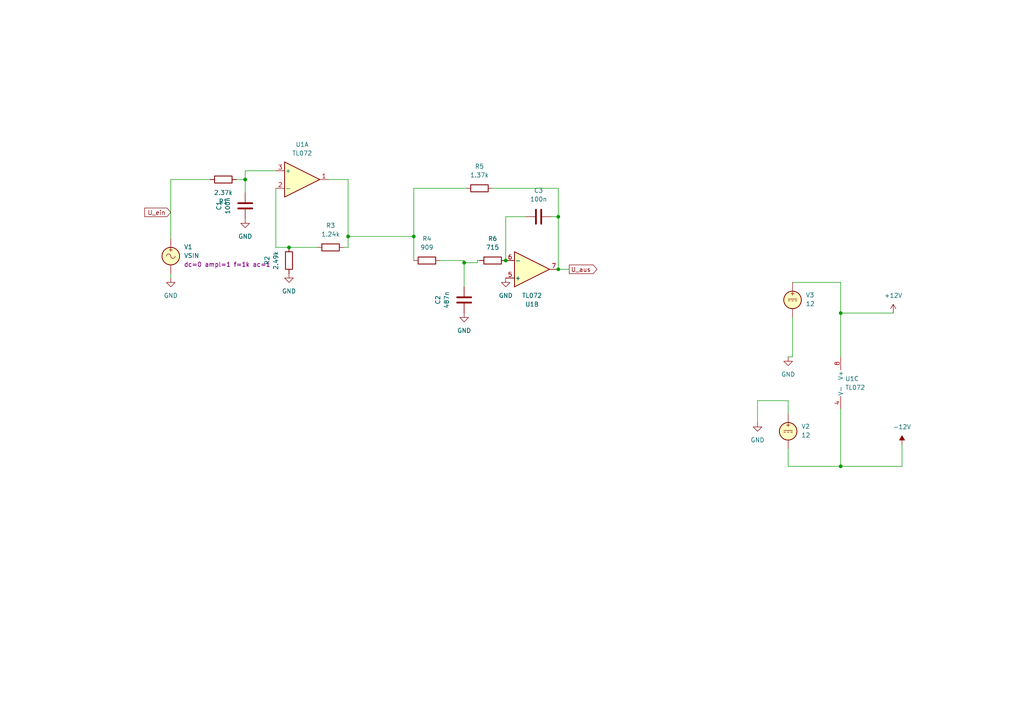
<source format=kicad_sch>
(kicad_sch (version 20230121) (generator eeschema)

  (uuid 0766ea49-4047-41b3-93e2-870b99b6dc75)

  (paper "A4")

  (lib_symbols
    (symbol "Amplifier_Operational:TL072" (pin_names (offset 0.127)) (in_bom yes) (on_board yes)
      (property "Reference" "U" (at 0 5.08 0)
        (effects (font (size 1.27 1.27)) (justify left))
      )
      (property "Value" "TL072" (at 0 -5.08 0)
        (effects (font (size 1.27 1.27)) (justify left))
      )
      (property "Footprint" "" (at 0 0 0)
        (effects (font (size 1.27 1.27)) hide)
      )
      (property "Datasheet" "http://www.ti.com/lit/ds/symlink/tl071.pdf" (at 0 0 0)
        (effects (font (size 1.27 1.27)) hide)
      )
      (property "ki_locked" "" (at 0 0 0)
        (effects (font (size 1.27 1.27)))
      )
      (property "ki_keywords" "dual opamp" (at 0 0 0)
        (effects (font (size 1.27 1.27)) hide)
      )
      (property "ki_description" "Dual Low-Noise JFET-Input Operational Amplifiers, DIP-8/SOIC-8" (at 0 0 0)
        (effects (font (size 1.27 1.27)) hide)
      )
      (property "ki_fp_filters" "SOIC*3.9x4.9mm*P1.27mm* DIP*W7.62mm* TO*99* OnSemi*Micro8* TSSOP*3x3mm*P0.65mm* TSSOP*4.4x3mm*P0.65mm* MSOP*3x3mm*P0.65mm* SSOP*3.9x4.9mm*P0.635mm* LFCSP*2x2mm*P0.5mm* *SIP* SOIC*5.3x6.2mm*P1.27mm*" (at 0 0 0)
        (effects (font (size 1.27 1.27)) hide)
      )
      (symbol "TL072_1_1"
        (polyline
          (pts
            (xy -5.08 5.08)
            (xy 5.08 0)
            (xy -5.08 -5.08)
            (xy -5.08 5.08)
          )
          (stroke (width 0.254) (type default))
          (fill (type background))
        )
        (pin output line (at 7.62 0 180) (length 2.54)
          (name "~" (effects (font (size 1.27 1.27))))
          (number "1" (effects (font (size 1.27 1.27))))
        )
        (pin input line (at -7.62 -2.54 0) (length 2.54)
          (name "-" (effects (font (size 1.27 1.27))))
          (number "2" (effects (font (size 1.27 1.27))))
        )
        (pin input line (at -7.62 2.54 0) (length 2.54)
          (name "+" (effects (font (size 1.27 1.27))))
          (number "3" (effects (font (size 1.27 1.27))))
        )
      )
      (symbol "TL072_2_1"
        (polyline
          (pts
            (xy -5.08 5.08)
            (xy 5.08 0)
            (xy -5.08 -5.08)
            (xy -5.08 5.08)
          )
          (stroke (width 0.254) (type default))
          (fill (type background))
        )
        (pin input line (at -7.62 2.54 0) (length 2.54)
          (name "+" (effects (font (size 1.27 1.27))))
          (number "5" (effects (font (size 1.27 1.27))))
        )
        (pin input line (at -7.62 -2.54 0) (length 2.54)
          (name "-" (effects (font (size 1.27 1.27))))
          (number "6" (effects (font (size 1.27 1.27))))
        )
        (pin output line (at 7.62 0 180) (length 2.54)
          (name "~" (effects (font (size 1.27 1.27))))
          (number "7" (effects (font (size 1.27 1.27))))
        )
      )
      (symbol "TL072_3_1"
        (pin power_in line (at -2.54 -7.62 90) (length 3.81)
          (name "V-" (effects (font (size 1.27 1.27))))
          (number "4" (effects (font (size 1.27 1.27))))
        )
        (pin power_in line (at -2.54 7.62 270) (length 3.81)
          (name "V+" (effects (font (size 1.27 1.27))))
          (number "8" (effects (font (size 1.27 1.27))))
        )
      )
    )
    (symbol "Device:C" (pin_numbers hide) (pin_names (offset 0.254)) (in_bom yes) (on_board yes)
      (property "Reference" "C" (at 0.635 2.54 0)
        (effects (font (size 1.27 1.27)) (justify left))
      )
      (property "Value" "C" (at 0.635 -2.54 0)
        (effects (font (size 1.27 1.27)) (justify left))
      )
      (property "Footprint" "" (at 0.9652 -3.81 0)
        (effects (font (size 1.27 1.27)) hide)
      )
      (property "Datasheet" "~" (at 0 0 0)
        (effects (font (size 1.27 1.27)) hide)
      )
      (property "ki_keywords" "cap capacitor" (at 0 0 0)
        (effects (font (size 1.27 1.27)) hide)
      )
      (property "ki_description" "Unpolarized capacitor" (at 0 0 0)
        (effects (font (size 1.27 1.27)) hide)
      )
      (property "ki_fp_filters" "C_*" (at 0 0 0)
        (effects (font (size 1.27 1.27)) hide)
      )
      (symbol "C_0_1"
        (polyline
          (pts
            (xy -2.032 -0.762)
            (xy 2.032 -0.762)
          )
          (stroke (width 0.508) (type default))
          (fill (type none))
        )
        (polyline
          (pts
            (xy -2.032 0.762)
            (xy 2.032 0.762)
          )
          (stroke (width 0.508) (type default))
          (fill (type none))
        )
      )
      (symbol "C_1_1"
        (pin passive line (at 0 3.81 270) (length 2.794)
          (name "~" (effects (font (size 1.27 1.27))))
          (number "1" (effects (font (size 1.27 1.27))))
        )
        (pin passive line (at 0 -3.81 90) (length 2.794)
          (name "~" (effects (font (size 1.27 1.27))))
          (number "2" (effects (font (size 1.27 1.27))))
        )
      )
    )
    (symbol "Device:R" (pin_numbers hide) (pin_names (offset 0)) (in_bom yes) (on_board yes)
      (property "Reference" "R" (at 2.032 0 90)
        (effects (font (size 1.27 1.27)))
      )
      (property "Value" "R" (at 0 0 90)
        (effects (font (size 1.27 1.27)))
      )
      (property "Footprint" "" (at -1.778 0 90)
        (effects (font (size 1.27 1.27)) hide)
      )
      (property "Datasheet" "~" (at 0 0 0)
        (effects (font (size 1.27 1.27)) hide)
      )
      (property "ki_keywords" "R res resistor" (at 0 0 0)
        (effects (font (size 1.27 1.27)) hide)
      )
      (property "ki_description" "Resistor" (at 0 0 0)
        (effects (font (size 1.27 1.27)) hide)
      )
      (property "ki_fp_filters" "R_*" (at 0 0 0)
        (effects (font (size 1.27 1.27)) hide)
      )
      (symbol "R_0_1"
        (rectangle (start -1.016 -2.54) (end 1.016 2.54)
          (stroke (width 0.254) (type default))
          (fill (type none))
        )
      )
      (symbol "R_1_1"
        (pin passive line (at 0 3.81 270) (length 1.27)
          (name "~" (effects (font (size 1.27 1.27))))
          (number "1" (effects (font (size 1.27 1.27))))
        )
        (pin passive line (at 0 -3.81 90) (length 1.27)
          (name "~" (effects (font (size 1.27 1.27))))
          (number "2" (effects (font (size 1.27 1.27))))
        )
      )
    )
    (symbol "Simulation_SPICE:VDC" (pin_numbers hide) (pin_names (offset 0.0254)) (in_bom yes) (on_board yes)
      (property "Reference" "V" (at 2.54 2.54 0)
        (effects (font (size 1.27 1.27)) (justify left))
      )
      (property "Value" "1" (at 2.54 0 0)
        (effects (font (size 1.27 1.27)) (justify left))
      )
      (property "Footprint" "" (at 0 0 0)
        (effects (font (size 1.27 1.27)) hide)
      )
      (property "Datasheet" "~" (at 0 0 0)
        (effects (font (size 1.27 1.27)) hide)
      )
      (property "Sim.Pins" "1=+ 2=-" (at 0 0 0)
        (effects (font (size 1.27 1.27)) hide)
      )
      (property "Sim.Type" "DC" (at 0 0 0)
        (effects (font (size 1.27 1.27)) hide)
      )
      (property "Sim.Device" "V" (at 0 0 0)
        (effects (font (size 1.27 1.27)) (justify left) hide)
      )
      (property "ki_keywords" "simulation" (at 0 0 0)
        (effects (font (size 1.27 1.27)) hide)
      )
      (property "ki_description" "Voltage source, DC" (at 0 0 0)
        (effects (font (size 1.27 1.27)) hide)
      )
      (symbol "VDC_0_0"
        (polyline
          (pts
            (xy -1.27 0.254)
            (xy 1.27 0.254)
          )
          (stroke (width 0) (type default))
          (fill (type none))
        )
        (polyline
          (pts
            (xy -0.762 -0.254)
            (xy -1.27 -0.254)
          )
          (stroke (width 0) (type default))
          (fill (type none))
        )
        (polyline
          (pts
            (xy 0.254 -0.254)
            (xy -0.254 -0.254)
          )
          (stroke (width 0) (type default))
          (fill (type none))
        )
        (polyline
          (pts
            (xy 1.27 -0.254)
            (xy 0.762 -0.254)
          )
          (stroke (width 0) (type default))
          (fill (type none))
        )
        (text "+" (at 0 1.905 0)
          (effects (font (size 1.27 1.27)))
        )
      )
      (symbol "VDC_0_1"
        (circle (center 0 0) (radius 2.54)
          (stroke (width 0.254) (type default))
          (fill (type background))
        )
      )
      (symbol "VDC_1_1"
        (pin passive line (at 0 5.08 270) (length 2.54)
          (name "~" (effects (font (size 1.27 1.27))))
          (number "1" (effects (font (size 1.27 1.27))))
        )
        (pin passive line (at 0 -5.08 90) (length 2.54)
          (name "~" (effects (font (size 1.27 1.27))))
          (number "2" (effects (font (size 1.27 1.27))))
        )
      )
    )
    (symbol "Simulation_SPICE:VSIN" (pin_numbers hide) (pin_names (offset 0.0254)) (in_bom yes) (on_board yes)
      (property "Reference" "V" (at 2.54 2.54 0)
        (effects (font (size 1.27 1.27)) (justify left))
      )
      (property "Value" "VSIN" (at 2.54 0 0)
        (effects (font (size 1.27 1.27)) (justify left))
      )
      (property "Footprint" "" (at 0 0 0)
        (effects (font (size 1.27 1.27)) hide)
      )
      (property "Datasheet" "~" (at 0 0 0)
        (effects (font (size 1.27 1.27)) hide)
      )
      (property "Sim.Pins" "1=+ 2=-" (at 0 0 0)
        (effects (font (size 1.27 1.27)) hide)
      )
      (property "Sim.Params" "dc=0 ampl=1 f=1k ac=1" (at 2.54 -2.54 0)
        (effects (font (size 1.27 1.27)) (justify left))
      )
      (property "Sim.Type" "SIN" (at 0 0 0)
        (effects (font (size 1.27 1.27)) hide)
      )
      (property "Sim.Device" "V" (at 0 0 0)
        (effects (font (size 1.27 1.27)) (justify left) hide)
      )
      (property "ki_keywords" "simulation ac vac" (at 0 0 0)
        (effects (font (size 1.27 1.27)) hide)
      )
      (property "ki_description" "Voltage source, sinusoidal" (at 0 0 0)
        (effects (font (size 1.27 1.27)) hide)
      )
      (symbol "VSIN_0_0"
        (arc (start 0 0) (mid -0.635 0.6323) (end -1.27 0)
          (stroke (width 0) (type default))
          (fill (type none))
        )
        (arc (start 0 0) (mid 0.635 -0.6323) (end 1.27 0)
          (stroke (width 0) (type default))
          (fill (type none))
        )
        (text "+" (at 0 1.905 0)
          (effects (font (size 1.27 1.27)))
        )
      )
      (symbol "VSIN_0_1"
        (circle (center 0 0) (radius 2.54)
          (stroke (width 0.254) (type default))
          (fill (type background))
        )
      )
      (symbol "VSIN_1_1"
        (pin passive line (at 0 5.08 270) (length 2.54)
          (name "~" (effects (font (size 1.27 1.27))))
          (number "1" (effects (font (size 1.27 1.27))))
        )
        (pin passive line (at 0 -5.08 90) (length 2.54)
          (name "~" (effects (font (size 1.27 1.27))))
          (number "2" (effects (font (size 1.27 1.27))))
        )
      )
    )
    (symbol "power:+12V" (power) (pin_names (offset 0)) (in_bom yes) (on_board yes)
      (property "Reference" "#PWR" (at 0 -3.81 0)
        (effects (font (size 1.27 1.27)) hide)
      )
      (property "Value" "+12V" (at 0 3.556 0)
        (effects (font (size 1.27 1.27)))
      )
      (property "Footprint" "" (at 0 0 0)
        (effects (font (size 1.27 1.27)) hide)
      )
      (property "Datasheet" "" (at 0 0 0)
        (effects (font (size 1.27 1.27)) hide)
      )
      (property "ki_keywords" "global power" (at 0 0 0)
        (effects (font (size 1.27 1.27)) hide)
      )
      (property "ki_description" "Power symbol creates a global label with name \"+12V\"" (at 0 0 0)
        (effects (font (size 1.27 1.27)) hide)
      )
      (symbol "+12V_0_1"
        (polyline
          (pts
            (xy -0.762 1.27)
            (xy 0 2.54)
          )
          (stroke (width 0) (type default))
          (fill (type none))
        )
        (polyline
          (pts
            (xy 0 0)
            (xy 0 2.54)
          )
          (stroke (width 0) (type default))
          (fill (type none))
        )
        (polyline
          (pts
            (xy 0 2.54)
            (xy 0.762 1.27)
          )
          (stroke (width 0) (type default))
          (fill (type none))
        )
      )
      (symbol "+12V_1_1"
        (pin power_in line (at 0 0 90) (length 0) hide
          (name "+12V" (effects (font (size 1.27 1.27))))
          (number "1" (effects (font (size 1.27 1.27))))
        )
      )
    )
    (symbol "power:-12V" (power) (pin_names (offset 0)) (in_bom yes) (on_board yes)
      (property "Reference" "#PWR" (at 0 2.54 0)
        (effects (font (size 1.27 1.27)) hide)
      )
      (property "Value" "-12V" (at 0 3.81 0)
        (effects (font (size 1.27 1.27)))
      )
      (property "Footprint" "" (at 0 0 0)
        (effects (font (size 1.27 1.27)) hide)
      )
      (property "Datasheet" "" (at 0 0 0)
        (effects (font (size 1.27 1.27)) hide)
      )
      (property "ki_keywords" "global power" (at 0 0 0)
        (effects (font (size 1.27 1.27)) hide)
      )
      (property "ki_description" "Power symbol creates a global label with name \"-12V\"" (at 0 0 0)
        (effects (font (size 1.27 1.27)) hide)
      )
      (symbol "-12V_0_0"
        (pin power_in line (at 0 0 90) (length 0) hide
          (name "-12V" (effects (font (size 1.27 1.27))))
          (number "1" (effects (font (size 1.27 1.27))))
        )
      )
      (symbol "-12V_0_1"
        (polyline
          (pts
            (xy 0 0)
            (xy 0 1.27)
            (xy 0.762 1.27)
            (xy 0 2.54)
            (xy -0.762 1.27)
            (xy 0 1.27)
          )
          (stroke (width 0) (type default))
          (fill (type outline))
        )
      )
    )
    (symbol "power:GND" (power) (pin_names (offset 0)) (in_bom yes) (on_board yes)
      (property "Reference" "#PWR" (at 0 -6.35 0)
        (effects (font (size 1.27 1.27)) hide)
      )
      (property "Value" "GND" (at 0 -3.81 0)
        (effects (font (size 1.27 1.27)))
      )
      (property "Footprint" "" (at 0 0 0)
        (effects (font (size 1.27 1.27)) hide)
      )
      (property "Datasheet" "" (at 0 0 0)
        (effects (font (size 1.27 1.27)) hide)
      )
      (property "ki_keywords" "global power" (at 0 0 0)
        (effects (font (size 1.27 1.27)) hide)
      )
      (property "ki_description" "Power symbol creates a global label with name \"GND\" , ground" (at 0 0 0)
        (effects (font (size 1.27 1.27)) hide)
      )
      (symbol "GND_0_1"
        (polyline
          (pts
            (xy 0 0)
            (xy 0 -1.27)
            (xy 1.27 -1.27)
            (xy 0 -2.54)
            (xy -1.27 -1.27)
            (xy 0 -1.27)
          )
          (stroke (width 0) (type default))
          (fill (type none))
        )
      )
      (symbol "GND_1_1"
        (pin power_in line (at 0 0 270) (length 0) hide
          (name "GND" (effects (font (size 1.27 1.27))))
          (number "1" (effects (font (size 1.27 1.27))))
        )
      )
    )
  )

  (junction (at 243.84 135.255) (diameter 0) (color 0 0 0 0)
    (uuid 56065dea-9377-4267-b521-20375ef26d5c)
  )
  (junction (at 161.925 62.865) (diameter 0) (color 0 0 0 0)
    (uuid 63d84d0b-46df-40a3-b414-782dfa3efecb)
  )
  (junction (at 134.62 76.2) (diameter 0) (color 0 0 0 0)
    (uuid 87fc3187-d2ee-4a4c-b7a2-5b0499396944)
  )
  (junction (at 243.84 90.805) (diameter 0) (color 0 0 0 0)
    (uuid 9b3ca628-98ad-438c-b0de-06f551390b82)
  )
  (junction (at 83.82 71.755) (diameter 0) (color 0 0 0 0)
    (uuid 9e596d52-a75e-473a-af46-8715fba0b9ab)
  )
  (junction (at 71.12 52.07) (diameter 0) (color 0 0 0 0)
    (uuid afb2936f-5ee5-4eaf-96c6-d35d091d6a94)
  )
  (junction (at 161.925 78.105) (diameter 0) (color 0 0 0 0)
    (uuid bb693020-884a-47fa-8bab-3ff86a0ac890)
  )
  (junction (at 100.965 68.58) (diameter 0) (color 0 0 0 0)
    (uuid cebe832b-4462-4df2-a4e0-c44fde240e7c)
  )
  (junction (at 120.015 68.58) (diameter 0) (color 0 0 0 0)
    (uuid d28e384e-9949-45ec-ac91-0d96e230ef03)
  )
  (junction (at 146.685 75.565) (diameter 0) (color 0 0 0 0)
    (uuid e875776c-4fd2-477b-8c23-95faae065a6d)
  )

  (wire (pts (xy 71.12 52.07) (xy 71.12 55.88))
    (stroke (width 0) (type default))
    (uuid 074b6b72-702b-4a0b-99f2-7a6dffb8d7a7)
  )
  (wire (pts (xy 219.71 116.205) (xy 228.6 116.205))
    (stroke (width 0) (type default))
    (uuid 0d503ce2-f033-41d9-8e55-95b4a4a632ca)
  )
  (wire (pts (xy 161.925 78.105) (xy 161.925 62.865))
    (stroke (width 0) (type default))
    (uuid 0f24a63a-dfa0-4c36-8324-0ad2c76c37a3)
  )
  (wire (pts (xy 243.84 135.255) (xy 261.62 135.255))
    (stroke (width 0) (type default))
    (uuid 118fe4b7-35af-47c9-a663-f9107d3c4032)
  )
  (wire (pts (xy 142.875 54.61) (xy 161.925 54.61))
    (stroke (width 0) (type default))
    (uuid 15263f57-44eb-47d9-b7f5-138ae90b9b41)
  )
  (wire (pts (xy 83.82 71.755) (xy 92.075 71.755))
    (stroke (width 0) (type default))
    (uuid 19f33222-db3e-4765-b97c-71064bdb5e75)
  )
  (wire (pts (xy 228.6 116.205) (xy 228.6 120.015))
    (stroke (width 0) (type default))
    (uuid 1e766eb3-bc0a-4a6a-b44c-7f80dd54c751)
  )
  (wire (pts (xy 152.4 62.865) (xy 146.685 62.865))
    (stroke (width 0) (type default))
    (uuid 26a72db9-b482-4b1c-abd2-29966a7e1ca3)
  )
  (wire (pts (xy 259.08 90.805) (xy 243.84 90.805))
    (stroke (width 0) (type default))
    (uuid 2a03d4ae-665a-41bc-aa17-f4b31bf15227)
  )
  (wire (pts (xy 135.255 54.61) (xy 120.015 54.61))
    (stroke (width 0) (type default))
    (uuid 366b8a6f-c6ca-4b57-9896-418cfdd5f89f)
  )
  (wire (pts (xy 229.87 103.505) (xy 228.6 103.505))
    (stroke (width 0) (type default))
    (uuid 3c81f2d5-20b6-46fc-b49b-712051e07ea6)
  )
  (wire (pts (xy 243.84 90.805) (xy 243.84 103.505))
    (stroke (width 0) (type default))
    (uuid 4f1c60ac-b94d-45bc-9e4a-8d91bfda5f9a)
  )
  (wire (pts (xy 161.925 54.61) (xy 161.925 62.865))
    (stroke (width 0) (type default))
    (uuid 50a6b884-79fd-44f2-b79b-e75fe84d0e06)
  )
  (wire (pts (xy 146.685 62.865) (xy 146.685 75.565))
    (stroke (width 0) (type default))
    (uuid 51194e36-c1e0-4742-acaa-6b58ebe5c5d7)
  )
  (wire (pts (xy 49.53 79.375) (xy 49.53 80.645))
    (stroke (width 0) (type default))
    (uuid 54228ce4-2dde-4a0a-93b3-4c47b73cc7f6)
  )
  (wire (pts (xy 80.01 49.53) (xy 71.12 49.53))
    (stroke (width 0) (type default))
    (uuid 57896e9d-824f-43a0-aa42-0b2feba49768)
  )
  (wire (pts (xy 127.635 75.565) (xy 134.62 75.565))
    (stroke (width 0) (type default))
    (uuid 5c38f981-87bc-4b4f-854a-be46627fb3f9)
  )
  (wire (pts (xy 120.015 68.58) (xy 100.965 68.58))
    (stroke (width 0) (type default))
    (uuid 65122ac2-9b7f-4bfa-9fc3-2b0e50fa1e22)
  )
  (wire (pts (xy 261.62 128.905) (xy 261.62 135.255))
    (stroke (width 0) (type default))
    (uuid 6eca057a-96ce-48e9-99be-9804095e0bd1)
  )
  (wire (pts (xy 80.01 71.755) (xy 83.82 71.755))
    (stroke (width 0) (type default))
    (uuid 7b0d8146-02c0-46e8-aa1f-a00e7605ffae)
  )
  (wire (pts (xy 243.84 118.745) (xy 243.84 135.255))
    (stroke (width 0) (type default))
    (uuid 8926edc9-5087-4cd6-934a-f9718219f0af)
  )
  (wire (pts (xy 138.43 75.565) (xy 139.065 75.565))
    (stroke (width 0) (type default))
    (uuid 8d6a1ae1-3743-473e-87af-7eb7400ac639)
  )
  (wire (pts (xy 100.965 52.07) (xy 100.965 68.58))
    (stroke (width 0) (type default))
    (uuid 941e2f94-c6c5-4658-8a32-d5d988c752c4)
  )
  (wire (pts (xy 229.87 92.075) (xy 229.87 103.505))
    (stroke (width 0) (type default))
    (uuid 953c9ed5-2210-452a-9fb9-fa1eaf7b3f14)
  )
  (wire (pts (xy 120.015 54.61) (xy 120.015 68.58))
    (stroke (width 0) (type default))
    (uuid 9a009a41-0587-4199-9f88-845d257f11a5)
  )
  (wire (pts (xy 134.62 83.185) (xy 134.62 76.2))
    (stroke (width 0) (type default))
    (uuid 9ae64ff7-03fa-4deb-ab60-84c7051caf5e)
  )
  (wire (pts (xy 243.84 81.915) (xy 243.84 90.805))
    (stroke (width 0) (type default))
    (uuid ab391711-8f99-445d-8b2f-1f966241e203)
  )
  (wire (pts (xy 138.43 76.2) (xy 138.43 75.565))
    (stroke (width 0) (type default))
    (uuid b00bbca3-7a91-4634-b4c5-8b18c9baa536)
  )
  (wire (pts (xy 80.01 54.61) (xy 80.01 71.755))
    (stroke (width 0) (type default))
    (uuid b1278d9c-8f2f-4fb6-83c1-9907b4b4b5f6)
  )
  (wire (pts (xy 68.58 52.07) (xy 71.12 52.07))
    (stroke (width 0) (type default))
    (uuid be7f27d2-fdba-473b-b636-926544f14520)
  )
  (wire (pts (xy 228.6 135.255) (xy 243.84 135.255))
    (stroke (width 0) (type default))
    (uuid be9efb5e-2bd1-4a25-b623-bd9885a7a5d7)
  )
  (wire (pts (xy 100.965 68.58) (xy 100.965 71.755))
    (stroke (width 0) (type default))
    (uuid c1cdb4c1-000a-4d60-b252-ea9877de853e)
  )
  (wire (pts (xy 49.53 52.07) (xy 49.53 69.215))
    (stroke (width 0) (type default))
    (uuid c59363a3-bf62-436f-b828-dcae8cb98975)
  )
  (wire (pts (xy 219.71 122.555) (xy 219.71 116.205))
    (stroke (width 0) (type default))
    (uuid c9ccba6c-9848-4fce-af95-ac88c3c4c281)
  )
  (wire (pts (xy 161.925 62.865) (xy 160.02 62.865))
    (stroke (width 0) (type default))
    (uuid cbcba4e6-d692-429c-a483-31c19b0e0635)
  )
  (wire (pts (xy 134.62 75.565) (xy 134.62 76.2))
    (stroke (width 0) (type default))
    (uuid cf825b27-d28c-4695-a87c-5cb010507c36)
  )
  (wire (pts (xy 120.015 68.58) (xy 120.015 75.565))
    (stroke (width 0) (type default))
    (uuid d0421c11-8909-4c18-bc6a-ec55c500ee33)
  )
  (wire (pts (xy 95.25 52.07) (xy 100.965 52.07))
    (stroke (width 0) (type default))
    (uuid d5581c71-e6ff-43db-af4e-6b7148d1340e)
  )
  (wire (pts (xy 134.62 76.2) (xy 138.43 76.2))
    (stroke (width 0) (type default))
    (uuid dd430e1d-37d2-44d1-8ab2-4cebb68dca87)
  )
  (wire (pts (xy 100.965 71.755) (xy 99.695 71.755))
    (stroke (width 0) (type default))
    (uuid e8ab72d2-4f2b-47eb-8717-5ac827825e1c)
  )
  (wire (pts (xy 161.925 78.105) (xy 165.1 78.105))
    (stroke (width 0) (type default))
    (uuid f0124904-8d23-4b56-a882-969c3a81bed9)
  )
  (wire (pts (xy 228.6 130.175) (xy 228.6 135.255))
    (stroke (width 0) (type default))
    (uuid f68d35f2-97a1-4162-8340-ad4fa88f3b90)
  )
  (wire (pts (xy 71.12 49.53) (xy 71.12 52.07))
    (stroke (width 0) (type default))
    (uuid f7de5c11-1ddc-4d7a-b074-e378c1b7bf69)
  )
  (wire (pts (xy 229.87 81.915) (xy 243.84 81.915))
    (stroke (width 0) (type default))
    (uuid fcb6e6db-7704-4160-8afa-a9a8bbb18fcf)
  )
  (wire (pts (xy 60.96 52.07) (xy 49.53 52.07))
    (stroke (width 0) (type default))
    (uuid fe3cceab-af1a-4979-ae34-0a6ee654fe07)
  )

  (global_label "U_aus" (shape output) (at 165.1 78.105 0) (fields_autoplaced)
    (effects (font (size 1.27 1.27)) (justify left))
    (uuid 0b789dfe-2b9c-4e5e-ab40-93ea360305d2)
    (property "Intersheetrefs" "${INTERSHEET_REFS}" (at 173.7094 78.105 0)
      (effects (font (size 1.27 1.27)) (justify left) hide)
    )
  )
  (global_label "U_ein" (shape input) (at 49.53 61.595 180) (fields_autoplaced)
    (effects (font (size 1.27 1.27)) (justify right))
    (uuid 5e5c49c7-35f6-4cfb-883d-ca83903df794)
    (property "Intersheetrefs" "${INTERSHEET_REFS}" (at 41.4043 61.595 0)
      (effects (font (size 1.27 1.27)) (justify right) hide)
    )
  )

  (symbol (lib_id "Simulation_SPICE:VSIN") (at 49.53 74.295 0) (unit 1)
    (in_bom yes) (on_board yes) (dnp no) (fields_autoplaced)
    (uuid 045bfa20-3e17-48ae-bd52-0e012b60a108)
    (property "Reference" "V1" (at 53.34 71.6252 0)
      (effects (font (size 1.27 1.27)) (justify left))
    )
    (property "Value" "VSIN" (at 53.34 74.1652 0)
      (effects (font (size 1.27 1.27)) (justify left))
    )
    (property "Footprint" "" (at 49.53 74.295 0)
      (effects (font (size 1.27 1.27)) hide)
    )
    (property "Datasheet" "~" (at 49.53 74.295 0)
      (effects (font (size 1.27 1.27)) hide)
    )
    (property "Sim.Pins" "1=+ 2=-" (at 49.53 74.295 0)
      (effects (font (size 1.27 1.27)) hide)
    )
    (property "Sim.Params" "dc=0 ampl=1 f=1k ac=1" (at 53.34 76.7052 0)
      (effects (font (size 1.27 1.27)) (justify left))
    )
    (property "Sim.Type" "SIN" (at 49.53 74.295 0)
      (effects (font (size 1.27 1.27)) hide)
    )
    (property "Sim.Device" "V" (at 49.53 74.295 0)
      (effects (font (size 1.27 1.27)) (justify left) hide)
    )
    (pin "1" (uuid 9c8fa5ad-d9fc-459b-8b47-fa48df0cb7d6))
    (pin "2" (uuid bd6a4f23-3c49-477d-91e0-8ea1ef610f21))
    (instances
      (project "tiefpass3bessel"
        (path "/0766ea49-4047-41b3-93e2-870b99b6dc75"
          (reference "V1") (unit 1)
        )
      )
    )
  )

  (symbol (lib_id "power:-12V") (at 261.62 128.905 0) (unit 1)
    (in_bom yes) (on_board yes) (dnp no) (fields_autoplaced)
    (uuid 07eb9dbb-858f-4d5e-988b-ea43c10b0b0d)
    (property "Reference" "#PWR09" (at 261.62 126.365 0)
      (effects (font (size 1.27 1.27)) hide)
    )
    (property "Value" "-12V" (at 261.62 123.825 0)
      (effects (font (size 1.27 1.27)))
    )
    (property "Footprint" "" (at 261.62 128.905 0)
      (effects (font (size 1.27 1.27)) hide)
    )
    (property "Datasheet" "" (at 261.62 128.905 0)
      (effects (font (size 1.27 1.27)) hide)
    )
    (pin "1" (uuid 7161a5dd-fc02-41f9-8f3d-a8fbb2f4f0e7))
    (instances
      (project "tiefpass3bessel"
        (path "/0766ea49-4047-41b3-93e2-870b99b6dc75"
          (reference "#PWR09") (unit 1)
        )
      )
    )
  )

  (symbol (lib_id "power:GND") (at 83.82 79.375 0) (unit 1)
    (in_bom yes) (on_board yes) (dnp no) (fields_autoplaced)
    (uuid 1024d9fc-71d7-41a5-a12c-71ef971415ba)
    (property "Reference" "#PWR03" (at 83.82 85.725 0)
      (effects (font (size 1.27 1.27)) hide)
    )
    (property "Value" "GND" (at 83.82 84.455 0)
      (effects (font (size 1.27 1.27)))
    )
    (property "Footprint" "" (at 83.82 79.375 0)
      (effects (font (size 1.27 1.27)) hide)
    )
    (property "Datasheet" "" (at 83.82 79.375 0)
      (effects (font (size 1.27 1.27)) hide)
    )
    (pin "1" (uuid 66946f4e-f2b8-4481-8a88-11da9986d2cb))
    (instances
      (project "tiefpass3bessel"
        (path "/0766ea49-4047-41b3-93e2-870b99b6dc75"
          (reference "#PWR03") (unit 1)
        )
      )
    )
  )

  (symbol (lib_id "Amplifier_Operational:TL072") (at 87.63 52.07 0) (unit 1)
    (in_bom yes) (on_board yes) (dnp no)
    (uuid 12492904-b73e-497d-b15e-5336a75be8d6)
    (property "Reference" "U1" (at 87.63 41.91 0)
      (effects (font (size 1.27 1.27)))
    )
    (property "Value" "TL072" (at 87.63 44.45 0)
      (effects (font (size 1.27 1.27)))
    )
    (property "Footprint" "" (at 87.63 52.07 0)
      (effects (font (size 1.27 1.27)) hide)
    )
    (property "Datasheet" "http://www.ti.com/lit/ds/symlink/tl071.pdf" (at 87.63 52.07 0)
      (effects (font (size 1.27 1.27)) hide)
    )
    (property "Sim.Library" "TL072-dual.lib" (at 87.63 52.07 0)
      (effects (font (size 1.27 1.27)) hide)
    )
    (property "Sim.Name" "TL072c" (at 87.63 52.07 0)
      (effects (font (size 1.27 1.27)) hide)
    )
    (property "Sim.Device" "SUBCKT" (at 87.63 52.07 0)
      (effects (font (size 1.27 1.27)) hide)
    )
    (property "Sim.Pins" "1=1out 2=1in- 3=1in+ 4=vcc- 5=2in+ 6=2in- 7=2out 8=vcc+" (at 87.63 52.07 0)
      (effects (font (size 1.27 1.27)) hide)
    )
    (pin "1" (uuid 4a95e97c-891e-4a10-a2da-a22b278ea797))
    (pin "6" (uuid 66a902a4-9b01-46de-9f50-c96184fd7915))
    (pin "4" (uuid edecfdde-6efa-4657-8c48-24a746d61dff))
    (pin "3" (uuid 4f37cf6d-c6f9-48ad-8eab-aa3189c610ae))
    (pin "2" (uuid 8b54cf84-72b2-4a18-a691-1e367c8cb8a5))
    (pin "5" (uuid 01d2a251-e2ca-4137-97ff-c60209863519))
    (pin "8" (uuid 4af78e3b-c301-4034-bb4a-f9e4278a45a7))
    (pin "7" (uuid 86a2f517-de06-400b-9888-a463ad573734))
    (instances
      (project "tiefpass3bessel"
        (path "/0766ea49-4047-41b3-93e2-870b99b6dc75"
          (reference "U1") (unit 1)
        )
      )
    )
  )

  (symbol (lib_id "power:+12V") (at 259.08 90.805 0) (unit 1)
    (in_bom yes) (on_board yes) (dnp no) (fields_autoplaced)
    (uuid 151bada4-d2b6-40d2-a205-2f1bf4048b36)
    (property "Reference" "#PWR08" (at 259.08 94.615 0)
      (effects (font (size 1.27 1.27)) hide)
    )
    (property "Value" "+12V" (at 259.08 85.725 0)
      (effects (font (size 1.27 1.27)))
    )
    (property "Footprint" "" (at 259.08 90.805 0)
      (effects (font (size 1.27 1.27)) hide)
    )
    (property "Datasheet" "" (at 259.08 90.805 0)
      (effects (font (size 1.27 1.27)) hide)
    )
    (pin "1" (uuid ba7d0058-7216-431d-b556-324dc6120d1a))
    (instances
      (project "tiefpass3bessel"
        (path "/0766ea49-4047-41b3-93e2-870b99b6dc75"
          (reference "#PWR08") (unit 1)
        )
      )
    )
  )

  (symbol (lib_id "power:GND") (at 71.12 63.5 0) (unit 1)
    (in_bom yes) (on_board yes) (dnp no) (fields_autoplaced)
    (uuid 1930a8eb-90da-4920-9e38-43712e480fb0)
    (property "Reference" "#PWR02" (at 71.12 69.85 0)
      (effects (font (size 1.27 1.27)) hide)
    )
    (property "Value" "GND" (at 71.12 68.58 0)
      (effects (font (size 1.27 1.27)))
    )
    (property "Footprint" "" (at 71.12 63.5 0)
      (effects (font (size 1.27 1.27)) hide)
    )
    (property "Datasheet" "" (at 71.12 63.5 0)
      (effects (font (size 1.27 1.27)) hide)
    )
    (pin "1" (uuid c90608b6-500d-4321-80bf-4630d88d43f7))
    (instances
      (project "tiefpass3bessel"
        (path "/0766ea49-4047-41b3-93e2-870b99b6dc75"
          (reference "#PWR02") (unit 1)
        )
      )
    )
  )

  (symbol (lib_id "Device:R") (at 64.77 52.07 270) (unit 1)
    (in_bom yes) (on_board yes) (dnp no)
    (uuid 1c8c3c41-8e86-4316-9f12-a508b9425c24)
    (property "Reference" "R1" (at 64.77 58.42 90)
      (effects (font (size 1.27 1.27)))
    )
    (property "Value" "2.37k" (at 64.77 55.88 90)
      (effects (font (size 1.27 1.27)))
    )
    (property "Footprint" "" (at 64.77 50.292 90)
      (effects (font (size 1.27 1.27)) hide)
    )
    (property "Datasheet" "~" (at 64.77 52.07 0)
      (effects (font (size 1.27 1.27)) hide)
    )
    (pin "2" (uuid 8fbdaa29-8e46-4da1-8222-31a69f32116b))
    (pin "1" (uuid b8bdabf7-84c5-4ce8-8547-4db387b20377))
    (instances
      (project "tiefpass3bessel"
        (path "/0766ea49-4047-41b3-93e2-870b99b6dc75"
          (reference "R1") (unit 1)
        )
      )
    )
  )

  (symbol (lib_id "power:GND") (at 49.53 80.645 0) (unit 1)
    (in_bom yes) (on_board yes) (dnp no) (fields_autoplaced)
    (uuid 1cb0faab-7820-4cc3-9cd8-7bac87337b1b)
    (property "Reference" "#PWR01" (at 49.53 86.995 0)
      (effects (font (size 1.27 1.27)) hide)
    )
    (property "Value" "GND" (at 49.53 85.725 0)
      (effects (font (size 1.27 1.27)))
    )
    (property "Footprint" "" (at 49.53 80.645 0)
      (effects (font (size 1.27 1.27)) hide)
    )
    (property "Datasheet" "" (at 49.53 80.645 0)
      (effects (font (size 1.27 1.27)) hide)
    )
    (pin "1" (uuid 5c9e945f-af2e-475e-94d2-835790f5308f))
    (instances
      (project "tiefpass3bessel"
        (path "/0766ea49-4047-41b3-93e2-870b99b6dc75"
          (reference "#PWR01") (unit 1)
        )
      )
    )
  )

  (symbol (lib_id "power:GND") (at 228.6 103.505 0) (unit 1)
    (in_bom yes) (on_board yes) (dnp no) (fields_autoplaced)
    (uuid 262bf266-77e1-4ca1-9acc-12ac33460c5e)
    (property "Reference" "#PWR07" (at 228.6 109.855 0)
      (effects (font (size 1.27 1.27)) hide)
    )
    (property "Value" "GND" (at 228.6 108.585 0)
      (effects (font (size 1.27 1.27)))
    )
    (property "Footprint" "" (at 228.6 103.505 0)
      (effects (font (size 1.27 1.27)) hide)
    )
    (property "Datasheet" "" (at 228.6 103.505 0)
      (effects (font (size 1.27 1.27)) hide)
    )
    (pin "1" (uuid 8dfe2705-97bb-4f2a-9344-775cc3f099c4))
    (instances
      (project "tiefpass3bessel"
        (path "/0766ea49-4047-41b3-93e2-870b99b6dc75"
          (reference "#PWR07") (unit 1)
        )
      )
    )
  )

  (symbol (lib_id "power:GND") (at 219.71 122.555 0) (unit 1)
    (in_bom yes) (on_board yes) (dnp no) (fields_autoplaced)
    (uuid 2eb0c9d4-1ad4-4577-9e4c-c58aa146eaf9)
    (property "Reference" "#PWR06" (at 219.71 128.905 0)
      (effects (font (size 1.27 1.27)) hide)
    )
    (property "Value" "GND" (at 219.71 127.635 0)
      (effects (font (size 1.27 1.27)))
    )
    (property "Footprint" "" (at 219.71 122.555 0)
      (effects (font (size 1.27 1.27)) hide)
    )
    (property "Datasheet" "" (at 219.71 122.555 0)
      (effects (font (size 1.27 1.27)) hide)
    )
    (pin "1" (uuid dee9d854-d38b-405e-b781-74c4bbb6f327))
    (instances
      (project "tiefpass3bessel"
        (path "/0766ea49-4047-41b3-93e2-870b99b6dc75"
          (reference "#PWR06") (unit 1)
        )
      )
    )
  )

  (symbol (lib_id "Simulation_SPICE:VDC") (at 229.87 86.995 0) (unit 1)
    (in_bom yes) (on_board yes) (dnp no) (fields_autoplaced)
    (uuid 31034cfe-902b-460f-9bd7-28b0c0a8a34d)
    (property "Reference" "V3" (at 233.68 85.5952 0)
      (effects (font (size 1.27 1.27)) (justify left))
    )
    (property "Value" "12" (at 233.68 88.1352 0)
      (effects (font (size 1.27 1.27)) (justify left))
    )
    (property "Footprint" "" (at 229.87 86.995 0)
      (effects (font (size 1.27 1.27)) hide)
    )
    (property "Datasheet" "~" (at 229.87 86.995 0)
      (effects (font (size 1.27 1.27)) hide)
    )
    (property "Sim.Pins" "1=+ 2=-" (at 229.87 86.995 0)
      (effects (font (size 1.27 1.27)) hide)
    )
    (property "Sim.Type" "DC" (at 229.87 86.995 0)
      (effects (font (size 1.27 1.27)) hide)
    )
    (property "Sim.Device" "V" (at 229.87 86.995 0)
      (effects (font (size 1.27 1.27)) (justify left) hide)
    )
    (pin "2" (uuid 2254bc72-8601-42b8-8ead-a79cc6c7e0e9))
    (pin "1" (uuid cca77045-896c-445a-b75f-336f78fab13f))
    (instances
      (project "tiefpass3bessel"
        (path "/0766ea49-4047-41b3-93e2-870b99b6dc75"
          (reference "V3") (unit 1)
        )
      )
    )
  )

  (symbol (lib_id "Device:C") (at 156.21 62.865 270) (mirror x) (unit 1)
    (in_bom yes) (on_board yes) (dnp no)
    (uuid 36ae8988-3c8c-4138-ac25-004aae9ebe45)
    (property "Reference" "C3" (at 156.21 55.245 90)
      (effects (font (size 1.27 1.27)))
    )
    (property "Value" "100n" (at 156.21 57.785 90)
      (effects (font (size 1.27 1.27)))
    )
    (property "Footprint" "" (at 152.4 61.8998 0)
      (effects (font (size 1.27 1.27)) hide)
    )
    (property "Datasheet" "~" (at 156.21 62.865 0)
      (effects (font (size 1.27 1.27)) hide)
    )
    (pin "2" (uuid e7811867-643e-4826-913e-612972688092))
    (pin "1" (uuid e916ac9f-8d87-4bc2-aef0-0c2ead94542c))
    (instances
      (project "tiefpass3bessel"
        (path "/0766ea49-4047-41b3-93e2-870b99b6dc75"
          (reference "C3") (unit 1)
        )
      )
    )
  )

  (symbol (lib_id "Device:R") (at 123.825 75.565 90) (unit 1)
    (in_bom yes) (on_board yes) (dnp no)
    (uuid 43615fe9-8f1d-4172-a6e6-5dcb6fedfb86)
    (property "Reference" "R4" (at 123.825 69.215 90)
      (effects (font (size 1.27 1.27)))
    )
    (property "Value" "909" (at 123.825 71.755 90)
      (effects (font (size 1.27 1.27)))
    )
    (property "Footprint" "" (at 123.825 77.343 90)
      (effects (font (size 1.27 1.27)) hide)
    )
    (property "Datasheet" "~" (at 123.825 75.565 0)
      (effects (font (size 1.27 1.27)) hide)
    )
    (pin "2" (uuid fe47ee71-c0e4-45e0-a4cd-964a5001ea03))
    (pin "1" (uuid 7d3a4a8d-bef7-4df6-8494-12b3755b97ee))
    (instances
      (project "tiefpass3bessel"
        (path "/0766ea49-4047-41b3-93e2-870b99b6dc75"
          (reference "R4") (unit 1)
        )
      )
    )
  )

  (symbol (lib_id "Amplifier_Operational:TL072") (at 246.38 111.125 0) (unit 3)
    (in_bom yes) (on_board yes) (dnp no) (fields_autoplaced)
    (uuid 538dc852-5a16-44f0-b63c-6e68e6ef07c6)
    (property "Reference" "U1" (at 245.11 109.855 0)
      (effects (font (size 1.27 1.27)) (justify left))
    )
    (property "Value" "TL072" (at 245.11 112.395 0)
      (effects (font (size 1.27 1.27)) (justify left))
    )
    (property "Footprint" "" (at 246.38 111.125 0)
      (effects (font (size 1.27 1.27)) hide)
    )
    (property "Datasheet" "http://www.ti.com/lit/ds/symlink/tl071.pdf" (at 246.38 111.125 0)
      (effects (font (size 1.27 1.27)) hide)
    )
    (property "Sim.Library" "TL072-dual.lib" (at 246.38 111.125 0)
      (effects (font (size 1.27 1.27)) hide)
    )
    (property "Sim.Name" "TL072c" (at 246.38 111.125 0)
      (effects (font (size 1.27 1.27)) hide)
    )
    (property "Sim.Device" "SUBCKT" (at 246.38 111.125 0)
      (effects (font (size 1.27 1.27)) hide)
    )
    (property "Sim.Pins" "1=1out 2=1in- 3=1in+ 4=vcc- 5=2in+ 6=2in- 7=2out 8=vcc+" (at 246.38 111.125 0)
      (effects (font (size 1.27 1.27)) hide)
    )
    (pin "1" (uuid 4656fd70-2ca1-49ec-9f89-156c6fbe8875))
    (pin "6" (uuid 66a902a4-9b01-46de-9f50-c96184fd7914))
    (pin "4" (uuid 53ce8533-d9ad-4944-84c8-806756eef558))
    (pin "3" (uuid b467f47e-a94f-48f3-bfa9-10981c35931b))
    (pin "2" (uuid 4c86c15a-29ab-427c-9fdf-c10e912adc12))
    (pin "5" (uuid 01d2a251-e2ca-4137-97ff-c60209863518))
    (pin "8" (uuid beeac21b-d6c1-42a8-a35e-8897f3b4d1d2))
    (pin "7" (uuid 86a2f517-de06-400b-9888-a463ad573733))
    (instances
      (project "tiefpass3bessel"
        (path "/0766ea49-4047-41b3-93e2-870b99b6dc75"
          (reference "U1") (unit 3)
        )
      )
    )
  )

  (symbol (lib_id "power:GND") (at 146.685 80.645 0) (unit 1)
    (in_bom yes) (on_board yes) (dnp no) (fields_autoplaced)
    (uuid 7b23e6e4-6e29-4db2-baf3-d3c1b83e1870)
    (property "Reference" "#PWR05" (at 146.685 86.995 0)
      (effects (font (size 1.27 1.27)) hide)
    )
    (property "Value" "GND" (at 146.685 85.725 0)
      (effects (font (size 1.27 1.27)))
    )
    (property "Footprint" "" (at 146.685 80.645 0)
      (effects (font (size 1.27 1.27)) hide)
    )
    (property "Datasheet" "" (at 146.685 80.645 0)
      (effects (font (size 1.27 1.27)) hide)
    )
    (pin "1" (uuid 18040166-6898-4df5-a16c-cfbe3a872027))
    (instances
      (project "tiefpass3bessel"
        (path "/0766ea49-4047-41b3-93e2-870b99b6dc75"
          (reference "#PWR05") (unit 1)
        )
      )
    )
  )

  (symbol (lib_id "Device:R") (at 142.875 75.565 90) (unit 1)
    (in_bom yes) (on_board yes) (dnp no)
    (uuid 7d5ead91-8d5d-40ac-9a61-6ec8f38125a1)
    (property "Reference" "R6" (at 142.875 69.215 90)
      (effects (font (size 1.27 1.27)))
    )
    (property "Value" "715" (at 142.875 71.755 90)
      (effects (font (size 1.27 1.27)))
    )
    (property "Footprint" "" (at 142.875 77.343 90)
      (effects (font (size 1.27 1.27)) hide)
    )
    (property "Datasheet" "~" (at 142.875 75.565 0)
      (effects (font (size 1.27 1.27)) hide)
    )
    (pin "2" (uuid 339f60f1-2ac6-4595-aa50-46f8244a1c23))
    (pin "1" (uuid 971e383b-308f-48e2-9c20-9c8b2fc891b1))
    (instances
      (project "tiefpass3bessel"
        (path "/0766ea49-4047-41b3-93e2-870b99b6dc75"
          (reference "R6") (unit 1)
        )
      )
    )
  )

  (symbol (lib_id "power:GND") (at 134.62 90.805 0) (unit 1)
    (in_bom yes) (on_board yes) (dnp no) (fields_autoplaced)
    (uuid 83fffa23-fe17-4f2f-ae82-d28a8d57f0b3)
    (property "Reference" "#PWR04" (at 134.62 97.155 0)
      (effects (font (size 1.27 1.27)) hide)
    )
    (property "Value" "GND" (at 134.62 95.885 0)
      (effects (font (size 1.27 1.27)))
    )
    (property "Footprint" "" (at 134.62 90.805 0)
      (effects (font (size 1.27 1.27)) hide)
    )
    (property "Datasheet" "" (at 134.62 90.805 0)
      (effects (font (size 1.27 1.27)) hide)
    )
    (pin "1" (uuid ce71a801-8e9c-4a41-8dba-4dec08286b8f))
    (instances
      (project "tiefpass3bessel"
        (path "/0766ea49-4047-41b3-93e2-870b99b6dc75"
          (reference "#PWR04") (unit 1)
        )
      )
    )
  )

  (symbol (lib_id "Device:R") (at 95.885 71.755 90) (unit 1)
    (in_bom yes) (on_board yes) (dnp no)
    (uuid 87b71feb-12ce-48c6-841f-cda3151e53ee)
    (property "Reference" "R3" (at 95.885 65.405 90)
      (effects (font (size 1.27 1.27)))
    )
    (property "Value" "1.24k" (at 95.885 67.945 90)
      (effects (font (size 1.27 1.27)))
    )
    (property "Footprint" "" (at 95.885 73.533 90)
      (effects (font (size 1.27 1.27)) hide)
    )
    (property "Datasheet" "~" (at 95.885 71.755 0)
      (effects (font (size 1.27 1.27)) hide)
    )
    (pin "2" (uuid 4b8f1296-fce6-41e5-94c7-1686a2f1a2b8))
    (pin "1" (uuid 73b5abe7-0a18-4299-9a8d-74fb39ca78da))
    (instances
      (project "tiefpass3bessel"
        (path "/0766ea49-4047-41b3-93e2-870b99b6dc75"
          (reference "R3") (unit 1)
        )
      )
    )
  )

  (symbol (lib_id "Amplifier_Operational:TL072") (at 154.305 78.105 0) (mirror x) (unit 2)
    (in_bom yes) (on_board yes) (dnp no)
    (uuid 8f1ca910-986b-40cc-82b9-422c5cb0868d)
    (property "Reference" "U1" (at 154.305 88.265 0)
      (effects (font (size 1.27 1.27)))
    )
    (property "Value" "TL072" (at 154.305 85.725 0)
      (effects (font (size 1.27 1.27)))
    )
    (property "Footprint" "" (at 154.305 78.105 0)
      (effects (font (size 1.27 1.27)) hide)
    )
    (property "Datasheet" "http://www.ti.com/lit/ds/symlink/tl071.pdf" (at 154.305 78.105 0)
      (effects (font (size 1.27 1.27)) hide)
    )
    (property "Sim.Library" "TL072-dual.lib" (at 154.305 78.105 0)
      (effects (font (size 1.27 1.27)) hide)
    )
    (property "Sim.Name" "TL072c" (at 154.305 78.105 0)
      (effects (font (size 1.27 1.27)) hide)
    )
    (property "Sim.Device" "SUBCKT" (at 154.305 78.105 0)
      (effects (font (size 1.27 1.27)) hide)
    )
    (property "Sim.Pins" "1=1out 2=1in- 3=1in+ 4=vcc- 5=2in+ 6=2in- 7=2out 8=vcc+" (at 154.305 78.105 0)
      (effects (font (size 1.27 1.27)) hide)
    )
    (pin "1" (uuid 4656fd70-2ca1-49ec-9f89-156c6fbe8877))
    (pin "6" (uuid 3714565c-65de-47aa-9254-d270de51162b))
    (pin "4" (uuid edecfdde-6efa-4657-8c48-24a746d61e00))
    (pin "3" (uuid b467f47e-a94f-48f3-bfa9-10981c35931d))
    (pin "2" (uuid 4c86c15a-29ab-427c-9fdf-c10e912adc14))
    (pin "5" (uuid ffbfb2e8-b036-4e0e-9267-d712e610faa1))
    (pin "8" (uuid 4af78e3b-c301-4034-bb4a-f9e4278a45a8))
    (pin "7" (uuid 533ec771-9e81-45dd-8a70-9c41b0da7dcf))
    (instances
      (project "tiefpass3bessel"
        (path "/0766ea49-4047-41b3-93e2-870b99b6dc75"
          (reference "U1") (unit 2)
        )
      )
    )
  )

  (symbol (lib_id "Device:C") (at 71.12 59.69 0) (mirror y) (unit 1)
    (in_bom yes) (on_board yes) (dnp no)
    (uuid 8fa5a801-0da1-4077-bed3-137e8f165aa0)
    (property "Reference" "C1" (at 63.5 59.69 90)
      (effects (font (size 1.27 1.27)))
    )
    (property "Value" "100n" (at 66.04 59.69 90)
      (effects (font (size 1.27 1.27)))
    )
    (property "Footprint" "" (at 70.1548 63.5 0)
      (effects (font (size 1.27 1.27)) hide)
    )
    (property "Datasheet" "~" (at 71.12 59.69 0)
      (effects (font (size 1.27 1.27)) hide)
    )
    (pin "2" (uuid bdf346de-b385-4f96-8e6b-615d1b8928f5))
    (pin "1" (uuid 10274671-121f-49ca-8607-577f6e21543c))
    (instances
      (project "tiefpass3bessel"
        (path "/0766ea49-4047-41b3-93e2-870b99b6dc75"
          (reference "C1") (unit 1)
        )
      )
    )
  )

  (symbol (lib_id "Device:R") (at 139.065 54.61 90) (unit 1)
    (in_bom yes) (on_board yes) (dnp no)
    (uuid bea81d44-67ca-4e80-a06e-6eba679395c2)
    (property "Reference" "R5" (at 139.065 48.26 90)
      (effects (font (size 1.27 1.27)))
    )
    (property "Value" "1.37k" (at 139.065 50.8 90)
      (effects (font (size 1.27 1.27)))
    )
    (property "Footprint" "" (at 139.065 56.388 90)
      (effects (font (size 1.27 1.27)) hide)
    )
    (property "Datasheet" "~" (at 139.065 54.61 0)
      (effects (font (size 1.27 1.27)) hide)
    )
    (pin "2" (uuid 13cb753b-ff84-42bf-b227-a53f4e887eb0))
    (pin "1" (uuid 3400a247-c8e7-46a9-adf8-531f02790651))
    (instances
      (project "tiefpass3bessel"
        (path "/0766ea49-4047-41b3-93e2-870b99b6dc75"
          (reference "R5") (unit 1)
        )
      )
    )
  )

  (symbol (lib_id "Simulation_SPICE:VDC") (at 228.6 125.095 0) (unit 1)
    (in_bom yes) (on_board yes) (dnp no) (fields_autoplaced)
    (uuid bf849b45-2392-4899-aeb4-1741a0defc0a)
    (property "Reference" "V2" (at 232.41 123.6952 0)
      (effects (font (size 1.27 1.27)) (justify left))
    )
    (property "Value" "12" (at 232.41 126.2352 0)
      (effects (font (size 1.27 1.27)) (justify left))
    )
    (property "Footprint" "" (at 228.6 125.095 0)
      (effects (font (size 1.27 1.27)) hide)
    )
    (property "Datasheet" "~" (at 228.6 125.095 0)
      (effects (font (size 1.27 1.27)) hide)
    )
    (property "Sim.Pins" "1=+ 2=-" (at 228.6 125.095 0)
      (effects (font (size 1.27 1.27)) hide)
    )
    (property "Sim.Type" "DC" (at 228.6 125.095 0)
      (effects (font (size 1.27 1.27)) hide)
    )
    (property "Sim.Device" "V" (at 228.6 125.095 0)
      (effects (font (size 1.27 1.27)) (justify left) hide)
    )
    (pin "2" (uuid a2bf2ee2-0d50-443d-b586-745cd18b1cb4))
    (pin "1" (uuid 2026c22e-c7ba-4be0-84ab-e866583f6745))
    (instances
      (project "tiefpass3bessel"
        (path "/0766ea49-4047-41b3-93e2-870b99b6dc75"
          (reference "V2") (unit 1)
        )
      )
    )
  )

  (symbol (lib_id "Device:R") (at 83.82 75.565 180) (unit 1)
    (in_bom yes) (on_board yes) (dnp no)
    (uuid c5a68378-2fe0-4271-8e10-4710062da6be)
    (property "Reference" "R2" (at 77.47 75.565 90)
      (effects (font (size 1.27 1.27)))
    )
    (property "Value" "2.49k" (at 80.01 75.565 90)
      (effects (font (size 1.27 1.27)))
    )
    (property "Footprint" "" (at 85.598 75.565 90)
      (effects (font (size 1.27 1.27)) hide)
    )
    (property "Datasheet" "~" (at 83.82 75.565 0)
      (effects (font (size 1.27 1.27)) hide)
    )
    (pin "2" (uuid 209744fb-5175-4234-9cd1-1fd6c7b7e244))
    (pin "1" (uuid 99f65c0a-6a7d-4c28-a169-827fd8f44c9f))
    (instances
      (project "tiefpass3bessel"
        (path "/0766ea49-4047-41b3-93e2-870b99b6dc75"
          (reference "R2") (unit 1)
        )
      )
    )
  )

  (symbol (lib_id "Device:C") (at 134.62 86.995 0) (mirror y) (unit 1)
    (in_bom yes) (on_board yes) (dnp no)
    (uuid ffcf0444-bc00-41c7-a6c9-c029aa3329f0)
    (property "Reference" "C2" (at 127 86.995 90)
      (effects (font (size 1.27 1.27)))
    )
    (property "Value" "487n" (at 129.54 86.995 90)
      (effects (font (size 1.27 1.27)))
    )
    (property "Footprint" "" (at 133.6548 90.805 0)
      (effects (font (size 1.27 1.27)) hide)
    )
    (property "Datasheet" "~" (at 134.62 86.995 0)
      (effects (font (size 1.27 1.27)) hide)
    )
    (pin "2" (uuid 47926cae-83c9-43ba-8e54-40b590081f1e))
    (pin "1" (uuid 05eedcd7-f24d-4962-af05-5ccba97b48b2))
    (instances
      (project "tiefpass3bessel"
        (path "/0766ea49-4047-41b3-93e2-870b99b6dc75"
          (reference "C2") (unit 1)
        )
      )
    )
  )

  (sheet_instances
    (path "/" (page "1"))
  )
)

</source>
